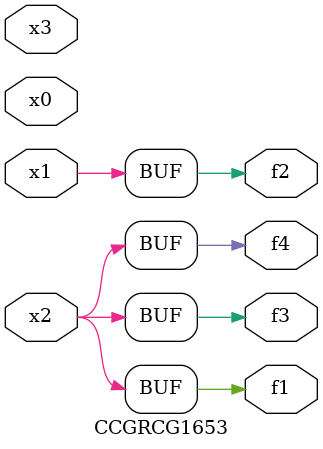
<source format=v>
module CCGRCG1653(
	input x0, x1, x2, x3,
	output f1, f2, f3, f4
);
	assign f1 = x2;
	assign f2 = x1;
	assign f3 = x2;
	assign f4 = x2;
endmodule

</source>
